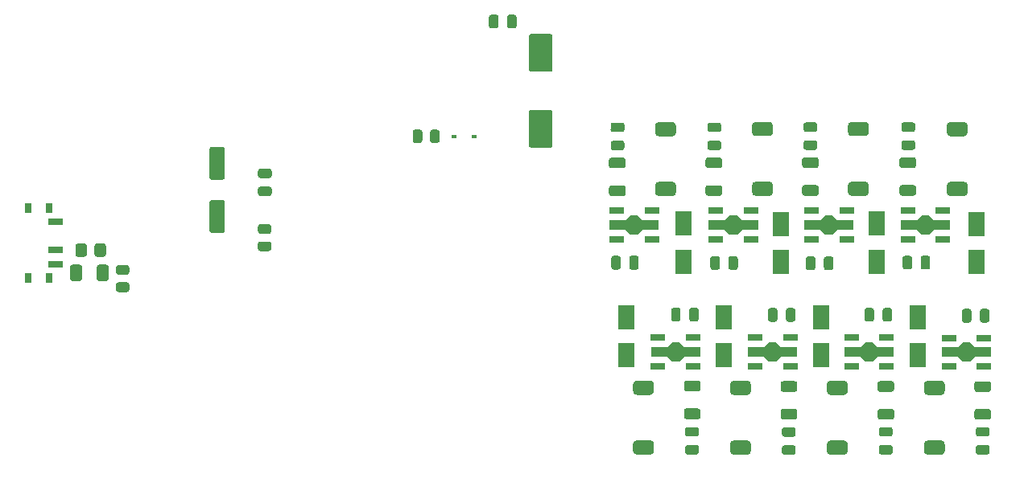
<source format=gtp>
G04 #@! TF.GenerationSoftware,KiCad,Pcbnew,5.1.12-84ad8e8a86~92~ubuntu20.04.1*
G04 #@! TF.CreationDate,2021-11-25T00:21:49+01:00*
G04 #@! TF.ProjectId,CC dimmer low voltage,43432064-696d-46d6-9572-206c6f772076,0.93*
G04 #@! TF.SameCoordinates,Original*
G04 #@! TF.FileFunction,Paste,Top*
G04 #@! TF.FilePolarity,Positive*
%FSLAX46Y46*%
G04 Gerber Fmt 4.6, Leading zero omitted, Abs format (unit mm)*
G04 Created by KiCad (PCBNEW 5.1.12-84ad8e8a86~92~ubuntu20.04.1) date 2021-11-25 00:21:49*
%MOMM*%
%LPD*%
G01*
G04 APERTURE LIST*
%ADD10R,0.600000X0.450000*%
%ADD11R,1.800000X2.500000*%
%ADD12C,0.150000*%
%ADD13R,1.500000X0.700000*%
%ADD14R,0.800000X1.000000*%
G04 APERTURE END LIST*
D10*
X148447400Y-63998600D03*
X146347400Y-63998600D03*
G36*
G01*
X141997000Y-64435001D02*
X141997000Y-63534999D01*
G75*
G02*
X142246999Y-63285000I249999J0D01*
G01*
X142772001Y-63285000D01*
G75*
G02*
X143022000Y-63534999I0J-249999D01*
G01*
X143022000Y-64435001D01*
G75*
G02*
X142772001Y-64685000I-249999J0D01*
G01*
X142246999Y-64685000D01*
G75*
G02*
X141997000Y-64435001I0J249999D01*
G01*
G37*
G36*
G01*
X143822000Y-64435001D02*
X143822000Y-63534999D01*
G75*
G02*
X144071999Y-63285000I249999J0D01*
G01*
X144597001Y-63285000D01*
G75*
G02*
X144847000Y-63534999I0J-249999D01*
G01*
X144847000Y-64435001D01*
G75*
G02*
X144597001Y-64685000I-249999J0D01*
G01*
X144071999Y-64685000D01*
G75*
G02*
X143822000Y-64435001I0J249999D01*
G01*
G37*
G36*
G01*
X156462000Y-65195000D02*
X154462000Y-65195000D01*
G75*
G02*
X154212000Y-64945000I0J250000D01*
G01*
X154212000Y-61445000D01*
G75*
G02*
X154462000Y-61195000I250000J0D01*
G01*
X156462000Y-61195000D01*
G75*
G02*
X156712000Y-61445000I0J-250000D01*
G01*
X156712000Y-64945000D01*
G75*
G02*
X156462000Y-65195000I-250000J0D01*
G01*
G37*
G36*
G01*
X156462000Y-57195000D02*
X154462000Y-57195000D01*
G75*
G02*
X154212000Y-56945000I0J250000D01*
G01*
X154212000Y-53445000D01*
G75*
G02*
X154462000Y-53195000I250000J0D01*
G01*
X156462000Y-53195000D01*
G75*
G02*
X156712000Y-53445000I0J-250000D01*
G01*
X156712000Y-56945000D01*
G75*
G02*
X156462000Y-57195000I-250000J0D01*
G01*
G37*
G36*
G01*
X121982000Y-74185000D02*
X120882000Y-74185000D01*
G75*
G02*
X120632000Y-73935000I0J250000D01*
G01*
X120632000Y-70935000D01*
G75*
G02*
X120882000Y-70685000I250000J0D01*
G01*
X121982000Y-70685000D01*
G75*
G02*
X122232000Y-70935000I0J-250000D01*
G01*
X122232000Y-73935000D01*
G75*
G02*
X121982000Y-74185000I-250000J0D01*
G01*
G37*
G36*
G01*
X121982000Y-68585000D02*
X120882000Y-68585000D01*
G75*
G02*
X120632000Y-68335000I0J250000D01*
G01*
X120632000Y-65335000D01*
G75*
G02*
X120882000Y-65085000I250000J0D01*
G01*
X121982000Y-65085000D01*
G75*
G02*
X122232000Y-65335000I0J-250000D01*
G01*
X122232000Y-68335000D01*
G75*
G02*
X121982000Y-68585000I-250000J0D01*
G01*
G37*
D11*
X170492000Y-77185000D03*
X170492000Y-73185000D03*
X180762000Y-77205000D03*
X180762000Y-73205000D03*
X190832000Y-77195000D03*
X190832000Y-73195000D03*
X201302000Y-73225000D03*
X201302000Y-77225000D03*
G36*
G01*
X105977000Y-79000000D02*
X105977000Y-77750000D01*
G75*
G02*
X106227000Y-77500000I250000J0D01*
G01*
X106977000Y-77500000D01*
G75*
G02*
X107227000Y-77750000I0J-250000D01*
G01*
X107227000Y-79000000D01*
G75*
G02*
X106977000Y-79250000I-250000J0D01*
G01*
X106227000Y-79250000D01*
G75*
G02*
X105977000Y-79000000I0J250000D01*
G01*
G37*
G36*
G01*
X108777000Y-79000000D02*
X108777000Y-77750000D01*
G75*
G02*
X109027000Y-77500000I250000J0D01*
G01*
X109777000Y-77500000D01*
G75*
G02*
X110027000Y-77750000I0J-250000D01*
G01*
X110027000Y-79000000D01*
G75*
G02*
X109777000Y-79250000I-250000J0D01*
G01*
X109027000Y-79250000D01*
G75*
G02*
X108777000Y-79000000I0J250000D01*
G01*
G37*
G36*
G01*
X109732000Y-75524999D02*
X109732000Y-76425001D01*
G75*
G02*
X109482001Y-76675000I-249999J0D01*
G01*
X108781999Y-76675000D01*
G75*
G02*
X108532000Y-76425001I0J249999D01*
G01*
X108532000Y-75524999D01*
G75*
G02*
X108781999Y-75275000I249999J0D01*
G01*
X109482001Y-75275000D01*
G75*
G02*
X109732000Y-75524999I0J-249999D01*
G01*
G37*
G36*
G01*
X107732000Y-75524999D02*
X107732000Y-76425001D01*
G75*
G02*
X107482001Y-76675000I-249999J0D01*
G01*
X106781999Y-76675000D01*
G75*
G02*
X106532000Y-76425001I0J249999D01*
G01*
X106532000Y-75524999D01*
G75*
G02*
X106781999Y-75275000I249999J0D01*
G01*
X107482001Y-75275000D01*
G75*
G02*
X107732000Y-75524999I0J-249999D01*
G01*
G37*
G36*
G01*
X162896997Y-66230000D02*
X164147003Y-66230000D01*
G75*
G02*
X164397000Y-66479997I0J-249997D01*
G01*
X164397000Y-67105003D01*
G75*
G02*
X164147003Y-67355000I-249997J0D01*
G01*
X162896997Y-67355000D01*
G75*
G02*
X162647000Y-67105003I0J249997D01*
G01*
X162647000Y-66479997D01*
G75*
G02*
X162896997Y-66230000I249997J0D01*
G01*
G37*
G36*
G01*
X162896997Y-69155000D02*
X164147003Y-69155000D01*
G75*
G02*
X164397000Y-69404997I0J-249997D01*
G01*
X164397000Y-70030003D01*
G75*
G02*
X164147003Y-70280000I-249997J0D01*
G01*
X162896997Y-70280000D01*
G75*
G02*
X162647000Y-70030003I0J249997D01*
G01*
X162647000Y-69404997D01*
G75*
G02*
X162896997Y-69155000I249997J0D01*
G01*
G37*
G36*
G01*
X173046997Y-69135000D02*
X174297003Y-69135000D01*
G75*
G02*
X174547000Y-69384997I0J-249997D01*
G01*
X174547000Y-70010003D01*
G75*
G02*
X174297003Y-70260000I-249997J0D01*
G01*
X173046997Y-70260000D01*
G75*
G02*
X172797000Y-70010003I0J249997D01*
G01*
X172797000Y-69384997D01*
G75*
G02*
X173046997Y-69135000I249997J0D01*
G01*
G37*
G36*
G01*
X173046997Y-66210000D02*
X174297003Y-66210000D01*
G75*
G02*
X174547000Y-66459997I0J-249997D01*
G01*
X174547000Y-67085003D01*
G75*
G02*
X174297003Y-67335000I-249997J0D01*
G01*
X173046997Y-67335000D01*
G75*
G02*
X172797000Y-67085003I0J249997D01*
G01*
X172797000Y-66459997D01*
G75*
G02*
X173046997Y-66210000I249997J0D01*
G01*
G37*
G36*
G01*
X183206997Y-69125000D02*
X184457003Y-69125000D01*
G75*
G02*
X184707000Y-69374997I0J-249997D01*
G01*
X184707000Y-70000003D01*
G75*
G02*
X184457003Y-70250000I-249997J0D01*
G01*
X183206997Y-70250000D01*
G75*
G02*
X182957000Y-70000003I0J249997D01*
G01*
X182957000Y-69374997D01*
G75*
G02*
X183206997Y-69125000I249997J0D01*
G01*
G37*
G36*
G01*
X183206997Y-66200000D02*
X184457003Y-66200000D01*
G75*
G02*
X184707000Y-66449997I0J-249997D01*
G01*
X184707000Y-67075003D01*
G75*
G02*
X184457003Y-67325000I-249997J0D01*
G01*
X183206997Y-67325000D01*
G75*
G02*
X182957000Y-67075003I0J249997D01*
G01*
X182957000Y-66449997D01*
G75*
G02*
X183206997Y-66200000I249997J0D01*
G01*
G37*
G36*
G01*
X193446997Y-66200000D02*
X194697003Y-66200000D01*
G75*
G02*
X194947000Y-66449997I0J-249997D01*
G01*
X194947000Y-67075003D01*
G75*
G02*
X194697003Y-67325000I-249997J0D01*
G01*
X193446997Y-67325000D01*
G75*
G02*
X193197000Y-67075003I0J249997D01*
G01*
X193197000Y-66449997D01*
G75*
G02*
X193446997Y-66200000I249997J0D01*
G01*
G37*
G36*
G01*
X193446997Y-69125000D02*
X194697003Y-69125000D01*
G75*
G02*
X194947000Y-69374997I0J-249997D01*
G01*
X194947000Y-70000003D01*
G75*
G02*
X194697003Y-70250000I-249997J0D01*
G01*
X193446997Y-70250000D01*
G75*
G02*
X193197000Y-70000003I0J249997D01*
G01*
X193197000Y-69374997D01*
G75*
G02*
X193446997Y-69125000I249997J0D01*
G01*
G37*
D12*
G36*
X164392000Y-73835000D02*
G01*
X162692000Y-73835000D01*
X162692000Y-72835000D01*
X164392000Y-72835000D01*
X164892000Y-72335000D01*
X165692000Y-72335000D01*
X166192000Y-72835000D01*
X167892000Y-72835000D01*
X167892000Y-73835000D01*
X166192000Y-73835000D01*
X165692000Y-74335000D01*
X164892000Y-74335000D01*
X164392000Y-73835000D01*
G37*
D13*
X167142000Y-71835000D03*
X167142000Y-74835000D03*
X163442000Y-71835000D03*
X163442000Y-74835000D03*
D12*
G36*
X174822000Y-73835000D02*
G01*
X173122000Y-73835000D01*
X173122000Y-72835000D01*
X174822000Y-72835000D01*
X175322000Y-72335000D01*
X176122000Y-72335000D01*
X176622000Y-72835000D01*
X178322000Y-72835000D01*
X178322000Y-73835000D01*
X176622000Y-73835000D01*
X176122000Y-74335000D01*
X175322000Y-74335000D01*
X174822000Y-73835000D01*
G37*
D13*
X177572000Y-71835000D03*
X177572000Y-74835000D03*
X173872000Y-71835000D03*
X173872000Y-74835000D03*
D12*
G36*
X184882000Y-73825000D02*
G01*
X183182000Y-73825000D01*
X183182000Y-72825000D01*
X184882000Y-72825000D01*
X185382000Y-72325000D01*
X186182000Y-72325000D01*
X186682000Y-72825000D01*
X188382000Y-72825000D01*
X188382000Y-73825000D01*
X186682000Y-73825000D01*
X186182000Y-74325000D01*
X185382000Y-74325000D01*
X184882000Y-73825000D01*
G37*
D13*
X187632000Y-71825000D03*
X187632000Y-74825000D03*
X183932000Y-71825000D03*
X183932000Y-74825000D03*
D12*
G36*
X195032000Y-73825000D02*
G01*
X193332000Y-73825000D01*
X193332000Y-72825000D01*
X195032000Y-72825000D01*
X195532000Y-72325000D01*
X196332000Y-72325000D01*
X196832000Y-72825000D01*
X198532000Y-72825000D01*
X198532000Y-73825000D01*
X196832000Y-73825000D01*
X196332000Y-74325000D01*
X195532000Y-74325000D01*
X195032000Y-73825000D01*
G37*
D13*
X197782000Y-71825000D03*
X197782000Y-74825000D03*
X194082000Y-71825000D03*
X194082000Y-74825000D03*
G36*
G01*
X169317000Y-70285000D02*
X167867000Y-70285000D01*
G75*
G02*
X167492000Y-69910000I0J375000D01*
G01*
X167492000Y-69160000D01*
G75*
G02*
X167867000Y-68785000I375000J0D01*
G01*
X169317000Y-68785000D01*
G75*
G02*
X169692000Y-69160000I0J-375000D01*
G01*
X169692000Y-69910000D01*
G75*
G02*
X169317000Y-70285000I-375000J0D01*
G01*
G37*
G36*
G01*
X169317000Y-63985000D02*
X167867000Y-63985000D01*
G75*
G02*
X167492000Y-63610000I0J375000D01*
G01*
X167492000Y-62860000D01*
G75*
G02*
X167867000Y-62485000I375000J0D01*
G01*
X169317000Y-62485000D01*
G75*
G02*
X169692000Y-62860000I0J-375000D01*
G01*
X169692000Y-63610000D01*
G75*
G02*
X169317000Y-63985000I-375000J0D01*
G01*
G37*
G36*
G01*
X179517000Y-70265000D02*
X178067000Y-70265000D01*
G75*
G02*
X177692000Y-69890000I0J375000D01*
G01*
X177692000Y-69140000D01*
G75*
G02*
X178067000Y-68765000I375000J0D01*
G01*
X179517000Y-68765000D01*
G75*
G02*
X179892000Y-69140000I0J-375000D01*
G01*
X179892000Y-69890000D01*
G75*
G02*
X179517000Y-70265000I-375000J0D01*
G01*
G37*
G36*
G01*
X179517000Y-63965000D02*
X178067000Y-63965000D01*
G75*
G02*
X177692000Y-63590000I0J375000D01*
G01*
X177692000Y-62840000D01*
G75*
G02*
X178067000Y-62465000I375000J0D01*
G01*
X179517000Y-62465000D01*
G75*
G02*
X179892000Y-62840000I0J-375000D01*
G01*
X179892000Y-63590000D01*
G75*
G02*
X179517000Y-63965000I-375000J0D01*
G01*
G37*
G36*
G01*
X189607000Y-63965000D02*
X188157000Y-63965000D01*
G75*
G02*
X187782000Y-63590000I0J375000D01*
G01*
X187782000Y-62840000D01*
G75*
G02*
X188157000Y-62465000I375000J0D01*
G01*
X189607000Y-62465000D01*
G75*
G02*
X189982000Y-62840000I0J-375000D01*
G01*
X189982000Y-63590000D01*
G75*
G02*
X189607000Y-63965000I-375000J0D01*
G01*
G37*
G36*
G01*
X189607000Y-70265000D02*
X188157000Y-70265000D01*
G75*
G02*
X187782000Y-69890000I0J375000D01*
G01*
X187782000Y-69140000D01*
G75*
G02*
X188157000Y-68765000I375000J0D01*
G01*
X189607000Y-68765000D01*
G75*
G02*
X189982000Y-69140000I0J-375000D01*
G01*
X189982000Y-69890000D01*
G75*
G02*
X189607000Y-70265000I-375000J0D01*
G01*
G37*
G36*
G01*
X199997000Y-70275000D02*
X198547000Y-70275000D01*
G75*
G02*
X198172000Y-69900000I0J375000D01*
G01*
X198172000Y-69150000D01*
G75*
G02*
X198547000Y-68775000I375000J0D01*
G01*
X199997000Y-68775000D01*
G75*
G02*
X200372000Y-69150000I0J-375000D01*
G01*
X200372000Y-69900000D01*
G75*
G02*
X199997000Y-70275000I-375000J0D01*
G01*
G37*
G36*
G01*
X199997000Y-63975000D02*
X198547000Y-63975000D01*
G75*
G02*
X198172000Y-63600000I0J375000D01*
G01*
X198172000Y-62850000D01*
G75*
G02*
X198547000Y-62475000I375000J0D01*
G01*
X199997000Y-62475000D01*
G75*
G02*
X200372000Y-62850000I0J-375000D01*
G01*
X200372000Y-63600000D01*
G75*
G02*
X199997000Y-63975000I-375000J0D01*
G01*
G37*
D11*
X195122000Y-87045000D03*
X195122000Y-83045000D03*
X184932000Y-87075000D03*
X184932000Y-83075000D03*
X174752000Y-83075000D03*
X174752000Y-87075000D03*
X164462000Y-83055000D03*
X164462000Y-87055000D03*
G36*
G01*
X196137000Y-89745000D02*
X197587000Y-89745000D01*
G75*
G02*
X197962000Y-90120000I0J-375000D01*
G01*
X197962000Y-90870000D01*
G75*
G02*
X197587000Y-91245000I-375000J0D01*
G01*
X196137000Y-91245000D01*
G75*
G02*
X195762000Y-90870000I0J375000D01*
G01*
X195762000Y-90120000D01*
G75*
G02*
X196137000Y-89745000I375000J0D01*
G01*
G37*
G36*
G01*
X196137000Y-96045000D02*
X197587000Y-96045000D01*
G75*
G02*
X197962000Y-96420000I0J-375000D01*
G01*
X197962000Y-97170000D01*
G75*
G02*
X197587000Y-97545000I-375000J0D01*
G01*
X196137000Y-97545000D01*
G75*
G02*
X195762000Y-97170000I0J375000D01*
G01*
X195762000Y-96420000D01*
G75*
G02*
X196137000Y-96045000I375000J0D01*
G01*
G37*
G36*
G01*
X185937000Y-96045000D02*
X187387000Y-96045000D01*
G75*
G02*
X187762000Y-96420000I0J-375000D01*
G01*
X187762000Y-97170000D01*
G75*
G02*
X187387000Y-97545000I-375000J0D01*
G01*
X185937000Y-97545000D01*
G75*
G02*
X185562000Y-97170000I0J375000D01*
G01*
X185562000Y-96420000D01*
G75*
G02*
X185937000Y-96045000I375000J0D01*
G01*
G37*
G36*
G01*
X185937000Y-89745000D02*
X187387000Y-89745000D01*
G75*
G02*
X187762000Y-90120000I0J-375000D01*
G01*
X187762000Y-90870000D01*
G75*
G02*
X187387000Y-91245000I-375000J0D01*
G01*
X185937000Y-91245000D01*
G75*
G02*
X185562000Y-90870000I0J375000D01*
G01*
X185562000Y-90120000D01*
G75*
G02*
X185937000Y-89745000I375000J0D01*
G01*
G37*
G36*
G01*
X175747000Y-89745000D02*
X177197000Y-89745000D01*
G75*
G02*
X177572000Y-90120000I0J-375000D01*
G01*
X177572000Y-90870000D01*
G75*
G02*
X177197000Y-91245000I-375000J0D01*
G01*
X175747000Y-91245000D01*
G75*
G02*
X175372000Y-90870000I0J375000D01*
G01*
X175372000Y-90120000D01*
G75*
G02*
X175747000Y-89745000I375000J0D01*
G01*
G37*
G36*
G01*
X175747000Y-96045000D02*
X177197000Y-96045000D01*
G75*
G02*
X177572000Y-96420000I0J-375000D01*
G01*
X177572000Y-97170000D01*
G75*
G02*
X177197000Y-97545000I-375000J0D01*
G01*
X175747000Y-97545000D01*
G75*
G02*
X175372000Y-97170000I0J375000D01*
G01*
X175372000Y-96420000D01*
G75*
G02*
X175747000Y-96045000I375000J0D01*
G01*
G37*
G36*
G01*
X165557000Y-96035000D02*
X167007000Y-96035000D01*
G75*
G02*
X167382000Y-96410000I0J-375000D01*
G01*
X167382000Y-97160000D01*
G75*
G02*
X167007000Y-97535000I-375000J0D01*
G01*
X165557000Y-97535000D01*
G75*
G02*
X165182000Y-97160000I0J375000D01*
G01*
X165182000Y-96410000D01*
G75*
G02*
X165557000Y-96035000I375000J0D01*
G01*
G37*
G36*
G01*
X165557000Y-89735000D02*
X167007000Y-89735000D01*
G75*
G02*
X167382000Y-90110000I0J-375000D01*
G01*
X167382000Y-90860000D01*
G75*
G02*
X167007000Y-91235000I-375000J0D01*
G01*
X165557000Y-91235000D01*
G75*
G02*
X165182000Y-90860000I0J375000D01*
G01*
X165182000Y-90110000D01*
G75*
G02*
X165557000Y-89735000I375000J0D01*
G01*
G37*
G36*
G01*
X202577003Y-93850000D02*
X201326997Y-93850000D01*
G75*
G02*
X201077000Y-93600003I0J249997D01*
G01*
X201077000Y-92974997D01*
G75*
G02*
X201326997Y-92725000I249997J0D01*
G01*
X202577003Y-92725000D01*
G75*
G02*
X202827000Y-92974997I0J-249997D01*
G01*
X202827000Y-93600003D01*
G75*
G02*
X202577003Y-93850000I-249997J0D01*
G01*
G37*
G36*
G01*
X202577003Y-90925000D02*
X201326997Y-90925000D01*
G75*
G02*
X201077000Y-90675003I0J249997D01*
G01*
X201077000Y-90049997D01*
G75*
G02*
X201326997Y-89800000I249997J0D01*
G01*
X202577003Y-89800000D01*
G75*
G02*
X202827000Y-90049997I0J-249997D01*
G01*
X202827000Y-90675003D01*
G75*
G02*
X202577003Y-90925000I-249997J0D01*
G01*
G37*
G36*
G01*
X192387003Y-90915000D02*
X191136997Y-90915000D01*
G75*
G02*
X190887000Y-90665003I0J249997D01*
G01*
X190887000Y-90039997D01*
G75*
G02*
X191136997Y-89790000I249997J0D01*
G01*
X192387003Y-89790000D01*
G75*
G02*
X192637000Y-90039997I0J-249997D01*
G01*
X192637000Y-90665003D01*
G75*
G02*
X192387003Y-90915000I-249997J0D01*
G01*
G37*
G36*
G01*
X192387003Y-93840000D02*
X191136997Y-93840000D01*
G75*
G02*
X190887000Y-93590003I0J249997D01*
G01*
X190887000Y-92964997D01*
G75*
G02*
X191136997Y-92715000I249997J0D01*
G01*
X192387003Y-92715000D01*
G75*
G02*
X192637000Y-92964997I0J-249997D01*
G01*
X192637000Y-93590003D01*
G75*
G02*
X192387003Y-93840000I-249997J0D01*
G01*
G37*
G36*
G01*
X182197003Y-90915000D02*
X180946997Y-90915000D01*
G75*
G02*
X180697000Y-90665003I0J249997D01*
G01*
X180697000Y-90039997D01*
G75*
G02*
X180946997Y-89790000I249997J0D01*
G01*
X182197003Y-89790000D01*
G75*
G02*
X182447000Y-90039997I0J-249997D01*
G01*
X182447000Y-90665003D01*
G75*
G02*
X182197003Y-90915000I-249997J0D01*
G01*
G37*
G36*
G01*
X182197003Y-93840000D02*
X180946997Y-93840000D01*
G75*
G02*
X180697000Y-93590003I0J249997D01*
G01*
X180697000Y-92964997D01*
G75*
G02*
X180946997Y-92715000I249997J0D01*
G01*
X182197003Y-92715000D01*
G75*
G02*
X182447000Y-92964997I0J-249997D01*
G01*
X182447000Y-93590003D01*
G75*
G02*
X182197003Y-93840000I-249997J0D01*
G01*
G37*
G36*
G01*
X172027003Y-93790000D02*
X170776997Y-93790000D01*
G75*
G02*
X170527000Y-93540003I0J249997D01*
G01*
X170527000Y-92914997D01*
G75*
G02*
X170776997Y-92665000I249997J0D01*
G01*
X172027003Y-92665000D01*
G75*
G02*
X172277000Y-92914997I0J-249997D01*
G01*
X172277000Y-93540003D01*
G75*
G02*
X172027003Y-93790000I-249997J0D01*
G01*
G37*
G36*
G01*
X172027003Y-90865000D02*
X170776997Y-90865000D01*
G75*
G02*
X170527000Y-90615003I0J249997D01*
G01*
X170527000Y-89989997D01*
G75*
G02*
X170776997Y-89740000I249997J0D01*
G01*
X172027003Y-89740000D01*
G75*
G02*
X172277000Y-89989997I0J-249997D01*
G01*
X172277000Y-90615003D01*
G75*
G02*
X172027003Y-90865000I-249997J0D01*
G01*
G37*
D13*
X202082000Y-85225000D03*
X202082000Y-88225000D03*
X198382000Y-85225000D03*
X198382000Y-88225000D03*
D12*
G36*
X201132000Y-86225000D02*
G01*
X202832000Y-86225000D01*
X202832000Y-87225000D01*
X201132000Y-87225000D01*
X200632000Y-87725000D01*
X199832000Y-87725000D01*
X199332000Y-87225000D01*
X197632000Y-87225000D01*
X197632000Y-86225000D01*
X199332000Y-86225000D01*
X199832000Y-85725000D01*
X200632000Y-85725000D01*
X201132000Y-86225000D01*
G37*
G36*
X190902000Y-86205000D02*
G01*
X192602000Y-86205000D01*
X192602000Y-87205000D01*
X190902000Y-87205000D01*
X190402000Y-87705000D01*
X189602000Y-87705000D01*
X189102000Y-87205000D01*
X187402000Y-87205000D01*
X187402000Y-86205000D01*
X189102000Y-86205000D01*
X189602000Y-85705000D01*
X190402000Y-85705000D01*
X190902000Y-86205000D01*
G37*
D13*
X188152000Y-88205000D03*
X188152000Y-85205000D03*
X191852000Y-88205000D03*
X191852000Y-85205000D03*
X181702000Y-85205000D03*
X181702000Y-88205000D03*
X178002000Y-85205000D03*
X178002000Y-88205000D03*
D12*
G36*
X180752000Y-86205000D02*
G01*
X182452000Y-86205000D01*
X182452000Y-87205000D01*
X180752000Y-87205000D01*
X180252000Y-87705000D01*
X179452000Y-87705000D01*
X178952000Y-87205000D01*
X177252000Y-87205000D01*
X177252000Y-86205000D01*
X178952000Y-86205000D01*
X179452000Y-85705000D01*
X180252000Y-85705000D01*
X180752000Y-86205000D01*
G37*
G36*
X170562000Y-86185000D02*
G01*
X172262000Y-86185000D01*
X172262000Y-87185000D01*
X170562000Y-87185000D01*
X170062000Y-87685000D01*
X169262000Y-87685000D01*
X168762000Y-87185000D01*
X167062000Y-87185000D01*
X167062000Y-86185000D01*
X168762000Y-86185000D01*
X169262000Y-85685000D01*
X170062000Y-85685000D01*
X170562000Y-86185000D01*
G37*
D13*
X167812000Y-88185000D03*
X167812000Y-85185000D03*
X171512000Y-88185000D03*
X171512000Y-85185000D03*
G36*
G01*
X162872000Y-77780000D02*
X162872000Y-76830000D01*
G75*
G02*
X163122000Y-76580000I250000J0D01*
G01*
X163622000Y-76580000D01*
G75*
G02*
X163872000Y-76830000I0J-250000D01*
G01*
X163872000Y-77780000D01*
G75*
G02*
X163622000Y-78030000I-250000J0D01*
G01*
X163122000Y-78030000D01*
G75*
G02*
X162872000Y-77780000I0J250000D01*
G01*
G37*
G36*
G01*
X164772000Y-77780000D02*
X164772000Y-76830000D01*
G75*
G02*
X165022000Y-76580000I250000J0D01*
G01*
X165522000Y-76580000D01*
G75*
G02*
X165772000Y-76830000I0J-250000D01*
G01*
X165772000Y-77780000D01*
G75*
G02*
X165522000Y-78030000I-250000J0D01*
G01*
X165022000Y-78030000D01*
G75*
G02*
X164772000Y-77780000I0J250000D01*
G01*
G37*
G36*
G01*
X164017000Y-65445000D02*
X163067000Y-65445000D01*
G75*
G02*
X162817000Y-65195000I0J250000D01*
G01*
X162817000Y-64695000D01*
G75*
G02*
X163067000Y-64445000I250000J0D01*
G01*
X164017000Y-64445000D01*
G75*
G02*
X164267000Y-64695000I0J-250000D01*
G01*
X164267000Y-65195000D01*
G75*
G02*
X164017000Y-65445000I-250000J0D01*
G01*
G37*
G36*
G01*
X164017000Y-63545000D02*
X163067000Y-63545000D01*
G75*
G02*
X162817000Y-63295000I0J250000D01*
G01*
X162817000Y-62795000D01*
G75*
G02*
X163067000Y-62545000I250000J0D01*
G01*
X164017000Y-62545000D01*
G75*
G02*
X164267000Y-62795000I0J-250000D01*
G01*
X164267000Y-63295000D01*
G75*
G02*
X164017000Y-63545000I-250000J0D01*
G01*
G37*
G36*
G01*
X175202000Y-77810000D02*
X175202000Y-76860000D01*
G75*
G02*
X175452000Y-76610000I250000J0D01*
G01*
X175952000Y-76610000D01*
G75*
G02*
X176202000Y-76860000I0J-250000D01*
G01*
X176202000Y-77810000D01*
G75*
G02*
X175952000Y-78060000I-250000J0D01*
G01*
X175452000Y-78060000D01*
G75*
G02*
X175202000Y-77810000I0J250000D01*
G01*
G37*
G36*
G01*
X173302000Y-77810000D02*
X173302000Y-76860000D01*
G75*
G02*
X173552000Y-76610000I250000J0D01*
G01*
X174052000Y-76610000D01*
G75*
G02*
X174302000Y-76860000I0J-250000D01*
G01*
X174302000Y-77810000D01*
G75*
G02*
X174052000Y-78060000I-250000J0D01*
G01*
X173552000Y-78060000D01*
G75*
G02*
X173302000Y-77810000I0J250000D01*
G01*
G37*
G36*
G01*
X174202000Y-63545000D02*
X173252000Y-63545000D01*
G75*
G02*
X173002000Y-63295000I0J250000D01*
G01*
X173002000Y-62795000D01*
G75*
G02*
X173252000Y-62545000I250000J0D01*
G01*
X174202000Y-62545000D01*
G75*
G02*
X174452000Y-62795000I0J-250000D01*
G01*
X174452000Y-63295000D01*
G75*
G02*
X174202000Y-63545000I-250000J0D01*
G01*
G37*
G36*
G01*
X174202000Y-65445000D02*
X173252000Y-65445000D01*
G75*
G02*
X173002000Y-65195000I0J250000D01*
G01*
X173002000Y-64695000D01*
G75*
G02*
X173252000Y-64445000I250000J0D01*
G01*
X174202000Y-64445000D01*
G75*
G02*
X174452000Y-64695000I0J-250000D01*
G01*
X174452000Y-65195000D01*
G75*
G02*
X174202000Y-65445000I-250000J0D01*
G01*
G37*
G36*
G01*
X183352000Y-77845000D02*
X183352000Y-76895000D01*
G75*
G02*
X183602000Y-76645000I250000J0D01*
G01*
X184102000Y-76645000D01*
G75*
G02*
X184352000Y-76895000I0J-250000D01*
G01*
X184352000Y-77845000D01*
G75*
G02*
X184102000Y-78095000I-250000J0D01*
G01*
X183602000Y-78095000D01*
G75*
G02*
X183352000Y-77845000I0J250000D01*
G01*
G37*
G36*
G01*
X185252000Y-77845000D02*
X185252000Y-76895000D01*
G75*
G02*
X185502000Y-76645000I250000J0D01*
G01*
X186002000Y-76645000D01*
G75*
G02*
X186252000Y-76895000I0J-250000D01*
G01*
X186252000Y-77845000D01*
G75*
G02*
X186002000Y-78095000I-250000J0D01*
G01*
X185502000Y-78095000D01*
G75*
G02*
X185252000Y-77845000I0J250000D01*
G01*
G37*
G36*
G01*
X184302000Y-65420000D02*
X183352000Y-65420000D01*
G75*
G02*
X183102000Y-65170000I0J250000D01*
G01*
X183102000Y-64670000D01*
G75*
G02*
X183352000Y-64420000I250000J0D01*
G01*
X184302000Y-64420000D01*
G75*
G02*
X184552000Y-64670000I0J-250000D01*
G01*
X184552000Y-65170000D01*
G75*
G02*
X184302000Y-65420000I-250000J0D01*
G01*
G37*
G36*
G01*
X184302000Y-63520000D02*
X183352000Y-63520000D01*
G75*
G02*
X183102000Y-63270000I0J250000D01*
G01*
X183102000Y-62770000D01*
G75*
G02*
X183352000Y-62520000I250000J0D01*
G01*
X184302000Y-62520000D01*
G75*
G02*
X184552000Y-62770000I0J-250000D01*
G01*
X184552000Y-63270000D01*
G75*
G02*
X184302000Y-63520000I-250000J0D01*
G01*
G37*
G36*
G01*
X195422000Y-77770000D02*
X195422000Y-76820000D01*
G75*
G02*
X195672000Y-76570000I250000J0D01*
G01*
X196172000Y-76570000D01*
G75*
G02*
X196422000Y-76820000I0J-250000D01*
G01*
X196422000Y-77770000D01*
G75*
G02*
X196172000Y-78020000I-250000J0D01*
G01*
X195672000Y-78020000D01*
G75*
G02*
X195422000Y-77770000I0J250000D01*
G01*
G37*
G36*
G01*
X193522000Y-77770000D02*
X193522000Y-76820000D01*
G75*
G02*
X193772000Y-76570000I250000J0D01*
G01*
X194272000Y-76570000D01*
G75*
G02*
X194522000Y-76820000I0J-250000D01*
G01*
X194522000Y-77770000D01*
G75*
G02*
X194272000Y-78020000I-250000J0D01*
G01*
X193772000Y-78020000D01*
G75*
G02*
X193522000Y-77770000I0J250000D01*
G01*
G37*
G36*
G01*
X194602000Y-63520000D02*
X193652000Y-63520000D01*
G75*
G02*
X193402000Y-63270000I0J250000D01*
G01*
X193402000Y-62770000D01*
G75*
G02*
X193652000Y-62520000I250000J0D01*
G01*
X194602000Y-62520000D01*
G75*
G02*
X194852000Y-62770000I0J-250000D01*
G01*
X194852000Y-63270000D01*
G75*
G02*
X194602000Y-63520000I-250000J0D01*
G01*
G37*
G36*
G01*
X194602000Y-65420000D02*
X193652000Y-65420000D01*
G75*
G02*
X193402000Y-65170000I0J250000D01*
G01*
X193402000Y-64670000D01*
G75*
G02*
X193652000Y-64420000I250000J0D01*
G01*
X194602000Y-64420000D01*
G75*
G02*
X194852000Y-64670000I0J-250000D01*
G01*
X194852000Y-65170000D01*
G75*
G02*
X194602000Y-65420000I-250000J0D01*
G01*
G37*
G36*
G01*
X200752000Y-82420000D02*
X200752000Y-83370000D01*
G75*
G02*
X200502000Y-83620000I-250000J0D01*
G01*
X200002000Y-83620000D01*
G75*
G02*
X199752000Y-83370000I0J250000D01*
G01*
X199752000Y-82420000D01*
G75*
G02*
X200002000Y-82170000I250000J0D01*
G01*
X200502000Y-82170000D01*
G75*
G02*
X200752000Y-82420000I0J-250000D01*
G01*
G37*
G36*
G01*
X202652000Y-82420000D02*
X202652000Y-83370000D01*
G75*
G02*
X202402000Y-83620000I-250000J0D01*
G01*
X201902000Y-83620000D01*
G75*
G02*
X201652000Y-83370000I0J250000D01*
G01*
X201652000Y-82420000D01*
G75*
G02*
X201902000Y-82170000I250000J0D01*
G01*
X202402000Y-82170000D01*
G75*
G02*
X202652000Y-82420000I0J-250000D01*
G01*
G37*
G36*
G01*
X201477000Y-96520000D02*
X202427000Y-96520000D01*
G75*
G02*
X202677000Y-96770000I0J-250000D01*
G01*
X202677000Y-97270000D01*
G75*
G02*
X202427000Y-97520000I-250000J0D01*
G01*
X201477000Y-97520000D01*
G75*
G02*
X201227000Y-97270000I0J250000D01*
G01*
X201227000Y-96770000D01*
G75*
G02*
X201477000Y-96520000I250000J0D01*
G01*
G37*
G36*
G01*
X201477000Y-94620000D02*
X202427000Y-94620000D01*
G75*
G02*
X202677000Y-94870000I0J-250000D01*
G01*
X202677000Y-95370000D01*
G75*
G02*
X202427000Y-95620000I-250000J0D01*
G01*
X201477000Y-95620000D01*
G75*
G02*
X201227000Y-95370000I0J250000D01*
G01*
X201227000Y-94870000D01*
G75*
G02*
X201477000Y-94620000I250000J0D01*
G01*
G37*
G36*
G01*
X192412000Y-82320000D02*
X192412000Y-83270000D01*
G75*
G02*
X192162000Y-83520000I-250000J0D01*
G01*
X191662000Y-83520000D01*
G75*
G02*
X191412000Y-83270000I0J250000D01*
G01*
X191412000Y-82320000D01*
G75*
G02*
X191662000Y-82070000I250000J0D01*
G01*
X192162000Y-82070000D01*
G75*
G02*
X192412000Y-82320000I0J-250000D01*
G01*
G37*
G36*
G01*
X190512000Y-82320000D02*
X190512000Y-83270000D01*
G75*
G02*
X190262000Y-83520000I-250000J0D01*
G01*
X189762000Y-83520000D01*
G75*
G02*
X189512000Y-83270000I0J250000D01*
G01*
X189512000Y-82320000D01*
G75*
G02*
X189762000Y-82070000I250000J0D01*
G01*
X190262000Y-82070000D01*
G75*
G02*
X190512000Y-82320000I0J-250000D01*
G01*
G37*
G36*
G01*
X191277000Y-94620000D02*
X192227000Y-94620000D01*
G75*
G02*
X192477000Y-94870000I0J-250000D01*
G01*
X192477000Y-95370000D01*
G75*
G02*
X192227000Y-95620000I-250000J0D01*
G01*
X191277000Y-95620000D01*
G75*
G02*
X191027000Y-95370000I0J250000D01*
G01*
X191027000Y-94870000D01*
G75*
G02*
X191277000Y-94620000I250000J0D01*
G01*
G37*
G36*
G01*
X191277000Y-96520000D02*
X192227000Y-96520000D01*
G75*
G02*
X192477000Y-96770000I0J-250000D01*
G01*
X192477000Y-97270000D01*
G75*
G02*
X192227000Y-97520000I-250000J0D01*
G01*
X191277000Y-97520000D01*
G75*
G02*
X191027000Y-97270000I0J250000D01*
G01*
X191027000Y-96770000D01*
G75*
G02*
X191277000Y-96520000I250000J0D01*
G01*
G37*
G36*
G01*
X182252000Y-82330000D02*
X182252000Y-83280000D01*
G75*
G02*
X182002000Y-83530000I-250000J0D01*
G01*
X181502000Y-83530000D01*
G75*
G02*
X181252000Y-83280000I0J250000D01*
G01*
X181252000Y-82330000D01*
G75*
G02*
X181502000Y-82080000I250000J0D01*
G01*
X182002000Y-82080000D01*
G75*
G02*
X182252000Y-82330000I0J-250000D01*
G01*
G37*
G36*
G01*
X180352000Y-82330000D02*
X180352000Y-83280000D01*
G75*
G02*
X180102000Y-83530000I-250000J0D01*
G01*
X179602000Y-83530000D01*
G75*
G02*
X179352000Y-83280000I0J250000D01*
G01*
X179352000Y-82330000D01*
G75*
G02*
X179602000Y-82080000I250000J0D01*
G01*
X180102000Y-82080000D01*
G75*
G02*
X180352000Y-82330000I0J-250000D01*
G01*
G37*
G36*
G01*
X181077000Y-96545000D02*
X182027000Y-96545000D01*
G75*
G02*
X182277000Y-96795000I0J-250000D01*
G01*
X182277000Y-97295000D01*
G75*
G02*
X182027000Y-97545000I-250000J0D01*
G01*
X181077000Y-97545000D01*
G75*
G02*
X180827000Y-97295000I0J250000D01*
G01*
X180827000Y-96795000D01*
G75*
G02*
X181077000Y-96545000I250000J0D01*
G01*
G37*
G36*
G01*
X181077000Y-94645000D02*
X182027000Y-94645000D01*
G75*
G02*
X182277000Y-94895000I0J-250000D01*
G01*
X182277000Y-95395000D01*
G75*
G02*
X182027000Y-95645000I-250000J0D01*
G01*
X181077000Y-95645000D01*
G75*
G02*
X180827000Y-95395000I0J250000D01*
G01*
X180827000Y-94895000D01*
G75*
G02*
X181077000Y-94645000I250000J0D01*
G01*
G37*
G36*
G01*
X170182000Y-82300000D02*
X170182000Y-83250000D01*
G75*
G02*
X169932000Y-83500000I-250000J0D01*
G01*
X169432000Y-83500000D01*
G75*
G02*
X169182000Y-83250000I0J250000D01*
G01*
X169182000Y-82300000D01*
G75*
G02*
X169432000Y-82050000I250000J0D01*
G01*
X169932000Y-82050000D01*
G75*
G02*
X170182000Y-82300000I0J-250000D01*
G01*
G37*
G36*
G01*
X172082000Y-82300000D02*
X172082000Y-83250000D01*
G75*
G02*
X171832000Y-83500000I-250000J0D01*
G01*
X171332000Y-83500000D01*
G75*
G02*
X171082000Y-83250000I0J250000D01*
G01*
X171082000Y-82300000D01*
G75*
G02*
X171332000Y-82050000I250000J0D01*
G01*
X171832000Y-82050000D01*
G75*
G02*
X172082000Y-82300000I0J-250000D01*
G01*
G37*
G36*
G01*
X170902000Y-94620000D02*
X171852000Y-94620000D01*
G75*
G02*
X172102000Y-94870000I0J-250000D01*
G01*
X172102000Y-95370000D01*
G75*
G02*
X171852000Y-95620000I-250000J0D01*
G01*
X170902000Y-95620000D01*
G75*
G02*
X170652000Y-95370000I0J250000D01*
G01*
X170652000Y-94870000D01*
G75*
G02*
X170902000Y-94620000I250000J0D01*
G01*
G37*
G36*
G01*
X170902000Y-96520000D02*
X171852000Y-96520000D01*
G75*
G02*
X172102000Y-96770000I0J-250000D01*
G01*
X172102000Y-97270000D01*
G75*
G02*
X171852000Y-97520000I-250000J0D01*
G01*
X170902000Y-97520000D01*
G75*
G02*
X170652000Y-97270000I0J250000D01*
G01*
X170652000Y-96770000D01*
G75*
G02*
X170902000Y-96520000I250000J0D01*
G01*
G37*
G36*
G01*
X151032000Y-51420000D02*
X151032000Y-52370000D01*
G75*
G02*
X150782000Y-52620000I-250000J0D01*
G01*
X150282000Y-52620000D01*
G75*
G02*
X150032000Y-52370000I0J250000D01*
G01*
X150032000Y-51420000D01*
G75*
G02*
X150282000Y-51170000I250000J0D01*
G01*
X150782000Y-51170000D01*
G75*
G02*
X151032000Y-51420000I0J-250000D01*
G01*
G37*
G36*
G01*
X152932000Y-51420000D02*
X152932000Y-52370000D01*
G75*
G02*
X152682000Y-52620000I-250000J0D01*
G01*
X152182000Y-52620000D01*
G75*
G02*
X151932000Y-52370000I0J250000D01*
G01*
X151932000Y-51420000D01*
G75*
G02*
X152182000Y-51170000I250000J0D01*
G01*
X152682000Y-51170000D01*
G75*
G02*
X152932000Y-51420000I0J-250000D01*
G01*
G37*
G36*
G01*
X126927000Y-70275000D02*
X125977000Y-70275000D01*
G75*
G02*
X125727000Y-70025000I0J250000D01*
G01*
X125727000Y-69525000D01*
G75*
G02*
X125977000Y-69275000I250000J0D01*
G01*
X126927000Y-69275000D01*
G75*
G02*
X127177000Y-69525000I0J-250000D01*
G01*
X127177000Y-70025000D01*
G75*
G02*
X126927000Y-70275000I-250000J0D01*
G01*
G37*
G36*
G01*
X126927000Y-68375000D02*
X125977000Y-68375000D01*
G75*
G02*
X125727000Y-68125000I0J250000D01*
G01*
X125727000Y-67625000D01*
G75*
G02*
X125977000Y-67375000I250000J0D01*
G01*
X126927000Y-67375000D01*
G75*
G02*
X127177000Y-67625000I0J-250000D01*
G01*
X127177000Y-68125000D01*
G75*
G02*
X126927000Y-68375000I-250000J0D01*
G01*
G37*
G36*
G01*
X125981999Y-75065000D02*
X126882001Y-75065000D01*
G75*
G02*
X127132000Y-75314999I0J-249999D01*
G01*
X127132000Y-75840001D01*
G75*
G02*
X126882001Y-76090000I-249999J0D01*
G01*
X125981999Y-76090000D01*
G75*
G02*
X125732000Y-75840001I0J249999D01*
G01*
X125732000Y-75314999D01*
G75*
G02*
X125981999Y-75065000I249999J0D01*
G01*
G37*
G36*
G01*
X125981999Y-73240000D02*
X126882001Y-73240000D01*
G75*
G02*
X127132000Y-73489999I0J-249999D01*
G01*
X127132000Y-74015001D01*
G75*
G02*
X126882001Y-74265000I-249999J0D01*
G01*
X125981999Y-74265000D01*
G75*
G02*
X125732000Y-74015001I0J249999D01*
G01*
X125732000Y-73489999D01*
G75*
G02*
X125981999Y-73240000I249999J0D01*
G01*
G37*
G36*
G01*
X111942001Y-80400000D02*
X111041999Y-80400000D01*
G75*
G02*
X110792000Y-80150001I0J249999D01*
G01*
X110792000Y-79624999D01*
G75*
G02*
X111041999Y-79375000I249999J0D01*
G01*
X111942001Y-79375000D01*
G75*
G02*
X112192000Y-79624999I0J-249999D01*
G01*
X112192000Y-80150001D01*
G75*
G02*
X111942001Y-80400000I-249999J0D01*
G01*
G37*
G36*
G01*
X111942001Y-78575000D02*
X111041999Y-78575000D01*
G75*
G02*
X110792000Y-78325001I0J249999D01*
G01*
X110792000Y-77799999D01*
G75*
G02*
X111041999Y-77550000I249999J0D01*
G01*
X111942001Y-77550000D01*
G75*
G02*
X112192000Y-77799999I0J-249999D01*
G01*
X112192000Y-78325001D01*
G75*
G02*
X111942001Y-78575000I-249999J0D01*
G01*
G37*
X104422000Y-72985000D03*
X104422000Y-75985000D03*
X104422000Y-77485000D03*
D14*
X101562000Y-71585000D03*
X101562000Y-78885000D03*
X103772000Y-78885000D03*
X103772000Y-71585000D03*
M02*

</source>
